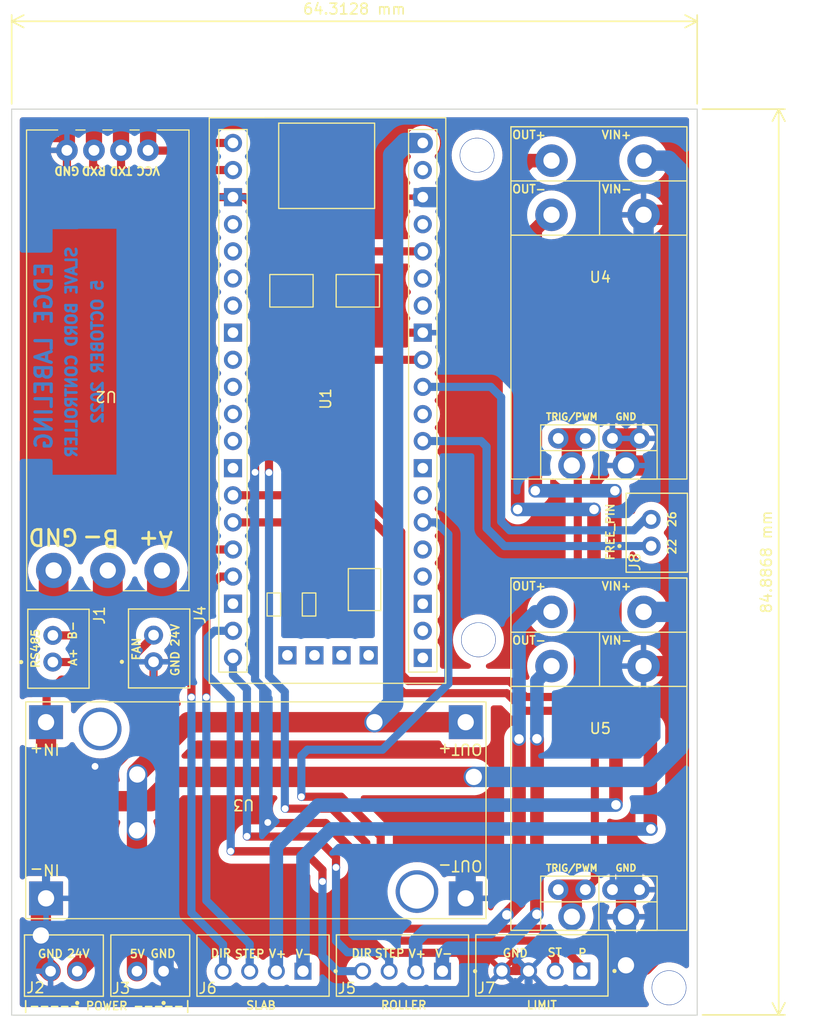
<source format=kicad_pcb>
(kicad_pcb (version 20211014) (generator pcbnew)
  (layers (0 "F.Cu" signal) (31 "B.Cu" signal) (34 "B.Paste" user) (35 "F.Paste" user) (36 "B.SilkS" user "B.Silkscreen") (37 "F.SilkS" user "F.Silkscreen") (38 "B.Mask" user) (39 "F.Mask" user) (44 "Edge.Cuts" user))
  (net 0 "")
  (net 1 "TX_Pin")
  (net 2 "RX_Pin")
  (net 19 "Net-(J1-Pad1)")
  (net 23 "Net-(J1-Pad2)")
  (net 26 "3.3V")
  (net 28 "GND")
  (net 30 "5V")
  (net 36 "PIN_SLAB")
  (net 37 "PIN_ROLLER")
  (net 38 "V-_SLAB")
  (net 39 "V+_SLAB")
  (net 40 "24V")
  (net 41 "V-_ROLLER")
  (net 42 "V+_ROLLER")
  (net 43 "STEP_ROLLER")
  (net 44 "DIR_ROLLER")
  (net 45 "STEP_SLAB")
  (net 46 "DIR_SLAB")
  (net 47 "Limit_Sticker")
  (net 48 "Limit_Print")
  (net 49 "PIN_22")
  (net 50 "PIN_26")
  (footprint "2pin:JST_B2B-XH-A(LF)(SN)" (layer "F.Cu") (at 97.2352 98.3234 -90)
    (fp_text reference "J1" (at -3.1242 -4.3648 -90) (layer "F.SilkS"))
    (fp_text value "B2B-XH-A(LF)(SN)")
    (pad "1" thru_hole oval (at 1.25 0 270) (size 1.778 1.778) (drill 1) (layers *.Cu *.Mask) (net 19 "Net-(J1-Pad1)"))
    (pad "2" thru_hole oval (at -1.25 0 270) (size 1.778 1.778) (drill 1) (layers *.Cu *.Mask) (net 23 "Net-(J1-Pad2)"))
  )
  (footprint "4pin:JST_B4B-XH-A(LF)(SN)" (layer "F.Cu") (at 120.7035 128.541 180)
    (fp_text reference "J6" (at 8.9435 -1.6086 180) (layer "F.SilkS") (effects (font (size 1.001803 1.001803))))
    (fp_text value "B4B-XH-A(LF)(SN)")
    (pad "1" thru_hole rect locked (at 0 0 180) (size 1.59 1.59) (drill 1.06) (layers *.Cu *.Mask) (net 38 "V-_SLAB"))
    (pad "2" thru_hole circle locked (at 2.5 0 180) (size 1.59 1.59) (drill 1.06) (layers *.Cu *.Mask) (net 39 "V+_SLAB"))
    (pad "3" thru_hole circle locked (at 5 0 180) (size 1.59 1.59) (drill 1.06) (layers *.Cu *.Mask) (net 45 "STEP_SLAB"))
    (pad "4" thru_hole circle locked (at 7.5 0 180) (size 1.59 1.59) (drill 1.06) (layers *.Cu *.Mask) (net 46 "DIR_SLAB"))
  )
  (footprint "4pin:JST_B4B-XH-A(LF)(SN)" (layer "F.Cu") (at 146.8655 128.524 180)
    (fp_text reference "J7" (at 8.9689 -1.6002 180) (layer "F.SilkS") (effects (font (size 1.001803 1.001803))))
    (fp_text value "B4B-XH-A(LF)(SN)")
    (pad "1" thru_hole rect locked (at 0 0 180) (size 1.59 1.59) (drill 1.06) (layers *.Cu *.Mask) (net 48 "Limit_Print"))
    (pad "2" thru_hole circle locked (at 2.5 0 180) (size 1.59 1.59) (drill 1.06) (layers *.Cu *.Mask) (net 47 "Limit_Sticker"))
    (pad "3" thru_hole circle locked (at 5 0 180) (size 1.59 1.59) (drill 1.06) (layers *.Cu *.Mask) (net 28 "GND"))
    (pad "4" thru_hole circle locked (at 7.5 0 180) (size 1.59 1.59) (drill 1.06) (layers *.Cu *.Mask) (net 28 "GND"))
  )
  (footprint "Regurator_Module:24V_TO_7V_43mm_x_20mm" (layer "F.Cu") (at 115.5192 112.4458 180)
    (fp_text reference "U3" (at 0.381 -0.508 180 unlocked) (layer "F.SilkS"))
    (fp_text value "24V_TO_7V_43mm_x_20mm")
    (fp_text user "OUT+" (at -19.939 4.699 180 unlocked) (layer "F.SilkS") (effects (font (size 1.016 1.016))))
    (fp_text user "IN+" (at 19.05 4.699 180 unlocked) (layer "F.SilkS") (effects (font (size 1.016 1.016))))
    (fp_text user "IN-" (at 19.05 -6.604 180 unlocked) (layer "F.SilkS") (effects (font (size 1.016 1.016))))
    (fp_text user "OUT-" (at -19.939 -6.223 180 unlocked) (layer "F.SilkS") (effects (font (size 1.016 1.016))))
    (pad "" np_thru_hole oval (at -15.875 -8.636 180) (size 4 4) (drill 3.2) (layers F&B.Cu *.Mask))
    (pad "" np_thru_hole oval (at 13.843 6.604 180) (size 4 4) (drill 3.2) (layers F&B.Cu *.Mask))
    (pad "1" thru_hole trapezoid (at 18.923 7.239 180) (size 3.175 3.175) (drill 1.524) (layers *.Cu *.Mask) (net 40 "24V"))
    (pad "2" thru_hole trapezoid (at 18.923 -9.271 180) (size 3.175 3.175) (drill 1.524) (layers *.Cu *.Mask) (net 28 "GND"))
    (pad "3" thru_hole trapezoid (at -20.447 7.239 180) (size 3.175 3.175) (drill 1.524) (layers *.Cu *.Mask) (net 30 "5V"))
    (pad "4" thru_hole trapezoid (at -20.447 -9.271 180) (size 3.175 3.175) (drill 1.524) (layers *.Cu *.Mask) (net 28 "GND"))
  )
  (footprint "4pin:JST_B4B-XH-A(LF)(SN)" (layer "F.Cu") (at 133.7845 128.541 180)
    (fp_text reference "J5" (at 8.9689 -1.6086 180) (layer "F.SilkS") (effects (font (size 1.001803 1.001803))))
    (fp_text value "B4B-XH-A(LF)(SN)")
    (pad "1" thru_hole rect locked (at 0 0 180) (size 1.59 1.59) (drill 1.06) (layers *.Cu *.Mask) (net 41 "V-_ROLLER"))
    (pad "2" thru_hole circle locked (at 2.5 0 180) (size 1.59 1.59) (drill 1.06) (layers *.Cu *.Mask) (net 42 "V+_ROLLER"))
    (pad "3" thru_hole circle locked (at 5 0 180) (size 1.59 1.59) (drill 1.06) (layers *.Cu *.Mask) (net 43 "STEP_ROLLER"))
    (pad "4" thru_hole circle locked (at 7.5 0 180) (size 1.59 1.59) (drill 1.06) (layers *.Cu *.Mask) (net 44 "DIR_ROLLER"))
  )
  (footprint "RP2040_CHINA:RP2040_CHINA" (layer "F.Cu") (at 122.923 75.064)
    (fp_text reference "U1" (at -0.0886 -0.1594 90 unlocked) (layer "F.SilkS"))
    (fp_text value "WeAct-RP2040-Pico")
    (pad "1" thru_hole circle (at -8.79 -24.142) (size 1.7 1.7) (drill 1) (layers *.Cu *.Mask) (net 1 "TX_Pin"))
    (pad "2" thru_hole oval (at -8.79 -21.602) (size 1.7 1.7) (drill 1) (layers *.Cu *.Mask) (net 2 "RX_Pin"))
    (pad "3" thru_hole rect (at -8.79 -19.062) (size 1.7 1.7) (drill 1) (layers *.Cu *.Mask) (net 28 "GND"))
    (pad "4" thru_hole oval (at -8.79 -16.522) (size 1.7 1.7) (drill 1) (layers *.Cu *.Mask))
    (pad "5" thru_hole oval (at -8.79 -13.982) (size 1.7 1.7) (drill 1) (layers *.Cu *.Mask))
    (pad "6" thru_hole oval (at -8.79 -11.442) (size 1.7 1.7) (drill 1) (layers *.Cu *.Mask))
    (pad "7" thru_hole oval (at -8.79 -8.902) (size 1.7 1.7) (drill 1) (layers *.Cu *.Mask))
    (pad "8" thru_hole rect (at -8.79 -6.362) (size 1.7 1.7) (drill 1) (layers *.Cu *.Mask))
    (pad "9" thru_hole oval (at -8.79 -3.821999) (size 1.7 1.7) (drill 1) (layers *.Cu *.Mask))
    (pad "10" thru_hole oval (at -8.79 -1.282) (size 1.7 1.7) (drill 1) (layers *.Cu *.Mask))
    (pad "11" thru_hole oval (at -8.79 1.258) (size 1.7 1.7) (drill 1) (layers *.Cu *.Mask))
    (pad "12" thru_hole oval (at -8.79 3.798) (size 1.7 1.7) (drill 1) (layers *.Cu *.Mask))
    (pad "13" thru_hole rect (at -8.79 6.338) (size 1.7 1.7) (drill 1) (layers *.Cu *.Mask))
    (pad "14" thru_hole oval (at -8.79 8.878) (size 1.7 1.7) (drill 1) (layers *.Cu *.Mask) (net 36 "PIN_SLAB"))
    (pad "15" thru_hole oval (at -8.79 11.418) (size 1.7 1.7) (drill 1) (layers *.Cu *.Mask) (net 37 "PIN_ROLLER"))
    (pad "16" thru_hole oval (at -8.79 13.958) (size 1.7 1.7) (drill 1) (layers *.Cu *.Mask) (net 46 "DIR_SLAB"))
    (pad "17" thru_hole oval (at -8.79 16.498) (size 1.7 1.7) (drill 1) (layers *.Cu *.Mask) (net 45 "STEP_SLAB"))
    (pad "18" thru_hole rect (at -8.79 19.038) (size 1.7 1.7) (drill 1) (layers *.Cu *.Mask))
    (pad "19" thru_hole oval (at -8.79 21.578) (size 1.7 1.7) (drill 1) (layers *.Cu *.Mask) (net 44 "DIR_ROLLER"))
    (pad "20" thru_hole oval (at -8.79 24.118) (size 1.7 1.7) (drill 1) (layers *.Cu *.Mask) (net 43 "STEP_ROLLER"))
    (pad "21" thru_hole rect (at 9.017 24.118) (size 1.7 1.7) (drill 1) (layers *.Cu *.Mask))
    (pad "22" thru_hole oval (at 9.017 21.578) (size 1.7 1.7) (drill 1) (layers *.Cu *.Mask))
    (pad "23" thru_hole rect (at 9.017 19.05) (size 1.7 1.7) (drill 1) (layers *.Cu *.Mask))
    (pad "24" thru_hole oval (at 9.017 16.498) (size 1.7 1.7) (drill 1) (layers *.Cu *.Mask))
    (pad "25" thru_hole oval (at 9.017 13.958) (size 1.7 1.7) (drill 1) (layers *.Cu *.Mask))
    (pad "26" thru_hole oval (at 9.017 11.418) (size 1.7 1.7) (drill 1) (layers *.Cu *.Mask) (net 48 "Limit_Print"))
    (pad "27" thru_hole oval (at 9.017 8.878) (size 1.7 1.7) (drill 1) (layers *.Cu *.Mask))
    (pad "28" thru_hole rect (at 9.017 6.338) (size 1.7 1.7) (drill 1) (layers *.Cu *.Mask))
    (pad "29" thru_hole oval (at 9.017 3.798) (size 1.7 1.7) (drill 1) (layers *.Cu *.Mask) (net 49 "PIN_22"))
    (pad "30" thru_hole oval (at 9.017 1.27) (size 1.7 1.7) (drill 1) (layers *.Cu *.Mask))
    (pad "31" thru_hole oval (at 9.017 -1.282) (size 1.7 1.7) (drill 1) (layers *.Cu *.Mask) (net 50 "PIN_26"))
    (pad "32" thru_hole oval (at 9.017 -3.822) (size 1.7 1.7) (drill 1) (layers *.Cu *.Mask) (net 47 "Limit_Sticker"))
    (pad "33" thru_hole rect (at 9.017 -6.362) (size 1.7 1.7) (drill 1) (layers *.Cu *.Mask) (net 28 "GND"))
    (pad "34" thru_hole oval (at 9.017 -8.902) (size 1.7 1.7) (drill 1) (layers *.Cu *.Mask))
    (pad "35" thru_hole oval (at 9.017 -11.442) (size 1.7 1.7) (drill 1) (layers *.Cu *.Mask))
    (pad "36" thru_hole oval (at 9.017 -13.982) (size 1.7 1.7) (drill 1) (layers *.Cu *.Mask) (net 26 "3.3V"))
    (pad "37" thru_hole oval (at 9.017 -16.522) (size 1.7 1.7) (drill 1) (layers *.Cu *.Mask))
    (pad "38" thru_hole rect (at 9.017 -19.062) (size 1.7 1.7) (drill 1) (layers *.Cu *.Mask) (net 28 "GND"))
    (pad "39" thru_hole oval (at 9.017 -21.602) (size 1.7 1.7) (drill 1) (layers *.Cu *.Mask))
    (pad "40" thru_hole circle (at 9.017 -24.142) (size 1.7 1.7) (drill 1) (layers *.Cu *.Mask) (net 30 "5V"))
    (pad "41" thru_hole rect (at -3.683 23.876 90) (size 1.7 1.7) (drill 1) (layers *.Cu *.Mask))
    (pad "42" thru_hole rect (at -1.143 23.876 90) (size 1.7 1.7) (drill 1) (layers *.Cu *.Mask))
    (pad "43" thru_hole rect (at 1.397 23.876 90) (size 1.7 1.7) (drill 1) (layers *.Cu *.Mask))
    (pad "44" thru_hole rect (at 3.937 23.876 90) (size 1.7 1.7) (drill 1) (layers *.Cu *.Mask))
  )
  (footprint "XY_MOS:N_MOS" (layer "F.Cu") (at 148.59 106.299)
    (fp_text reference "U5" (at 0 -0.5 unlocked) (layer "F.SilkS"))
    (fp_text value "XY_Mos")
    (fp_text user "GND" (at 2.413 12.573 unlocked) (layer "F.SilkS") (effects (font (size 0.635 0.635))))
    (fp_text user "OUT-" (at -6.6802 -8.763 unlocked) (layer "F.SilkS") (effects (font (size 0.762 0.762))))
    (fp_text user "VIN+" (at 1.524 -13.843 unlocked) (layer "F.SilkS") (effects (font (size 0.762 0.762))))
    (fp_text user "VIN-" (at 1.5494 -8.763 unlocked) (layer "F.SilkS") (effects (font (size 0.762 0.762))))
    (fp_text user "TRIG/PWM" (at -2.667 12.573 unlocked) (layer "F.SilkS") (effects (font (size 0.635 0.635))))
    (fp_text user "OUT+" (at -6.6802 -13.843 unlocked) (layer "F.SilkS") (effects (font (size 0.762 0.762))))
    (pad "1" thru_hole oval (at 1.143 14.605) (size 1.905 1.905) (drill 1.016) (layers *.Cu *.Mask) (net 28 "GND"))
    (pad "1" thru_hole oval (at 2.413 17.145) (size 2.54 2.54) (drill 1.524) (layers *.Cu *.Mask) (net 28 "GND"))
    (pad "1" thru_hole oval (at 3.683 14.605) (size 1.905 1.905) (drill 1.016) (layers *.Cu *.Mask) (net 28 "GND"))
    (pad "2" thru_hole oval (at -2.667 17.145) (size 2.54 2.54) (drill 1.524) (layers *.Cu *.Mask) (net 37 "PIN_ROLLER"))
    (pad "2" thru_hole oval (at -1.397 14.605) (size 1.905 1.905) (drill 1.016) (layers *.Cu *.Mask) (net 37 "PIN_ROLLER"))
    (pad "2" thru_hole oval (at -3.937 14.605) (size 1.905 1.905) (drill 1.016) (layers *.Cu *.Mask) (net 37 "PIN_ROLLER"))
    (pad "3" thru_hole oval (at -4.572 -6.35) (size 3.048 3.048) (drill 1.524) (layers *.Cu *.Mask) (net 41 "V-_ROLLER"))
    (pad "4" thru_hole oval (at -4.572 -11.43) (size 3.048 3.048) (drill 1.524) (layers *.Cu *.Mask) (net 42 "V+_ROLLER"))
    (pad "5" thru_hole oval (at 4.064 -6.35) (size 3.048 3.048) (drill 1.524) (layers *.Cu *.Mask) (net 28 "GND"))
    (pad "6" thru_hole oval (at 4.064 -11.43) (size 3.048 3.048) (drill 1.524) (layers *.Cu *.Mask) (net 40 "24V"))
  )
  (footprint "2pin:JST_B2B-XH-A(LF)(SN)" (layer "F.Cu") (at 98.2726 128.5454)
    (fp_text reference "J2" (at -2.667 1.5534) (layer "F.SilkS"))
    (fp_text value "B2B-XH-A(LF)(SN)")
    (pad "1" thru_hole oval (at 1.25 0) (size 1.778 1.778) (drill 1) (layers *.Cu *.Mask) (net 40 "24V"))
    (pad "2" thru_hole oval (at -1.25 0) (size 1.778 1.778) (drill 1) (layers *.Cu *.Mask) (net 28 "GND"))
  )
  (footprint "2pin:JST_B2B-XH-A(LF)(SN)" (layer "F.Cu") (at 106.684 98.298 -90)
    (fp_text reference "J4" (at -3.1496 -4.3648 -90) (layer "F.SilkS"))
    (fp_text value "B2B-XH-A(LF)(SN)")
    (pad "1" thru_hole oval (at 1.25 0 270) (size 1.778 1.778) (drill 1) (layers *.Cu *.Mask) (net 28 "GND"))
    (pad "2" thru_hole oval (at -1.25 0 270) (size 1.778 1.778) (drill 1) (layers *.Cu *.Mask) (net 40 "24V"))
  )
  (footprint "2pin:JST_B2B-XH-A(LF)(SN)" (layer "F.Cu") (at 106.3752 128.5454)
    (fp_text reference "J3" (at -2.7432 1.6042) (layer "F.SilkS"))
    (fp_text value "B2B-XH-A(LF)(SN)")
    (pad "1" thru_hole oval (at 1.25 0) (size 1.778 1.778) (drill 1) (layers *.Cu *.Mask) (net 28 "GND"))
    (pad "2" thru_hole oval (at -1.25 0) (size 1.778 1.778) (drill 1) (layers *.Cu *.Mask) (net 30 "5V"))
  )
  (footprint "RS485_MODULE:RS485_MODULE" (layer "F.Cu") (at 102.235 74.1934 180)
    (fp_text reference "U2" (at 0 -0.5 180 unlocked) (layer "F.SilkS"))
    (fp_text value "RS485_Module")
    (fp_text user "B-" (at 0.508 -13.7668 180 unlocked) (layer "F.SilkS") (effects (font (size 1.524 1.524) (thickness 0.254))))
    (fp_text user "VCC" (at -3.937 20.6756 180 unlocked) (layer "F.SilkS") (effects (font (size 0.762 0.762) (thickness 0.1778))))
    (fp_text user "GND" (at 3.683 20.6756 180 unlocked) (layer "F.SilkS") (effects (font (size 0.762 0.762) (thickness 0.1778))))
    (fp_text user "A+" (at -4.6482 -13.8938 180 unlocked) (layer "F.SilkS") (effects (font (size 1.524 1.524) (thickness 0.254))))
    (fp_text user "TXD" (at -1.397 20.6756 180 unlocked) (layer "F.SilkS") (effects (font (size 0.762 0.762) (thickness 0.1778))))
    (fp_text user "RXD" (at 1.143 20.6756 180 unlocked) (layer "F.SilkS") (effects (font (size 0.762 0.762) (thickness 0.1778))))
    (fp_text user "GND" (at 4.953 -13.6398 180 unlocked) (layer "F.SilkS") (effects (font (size 1.524 1.524) (thickness 0.254))))
    (pad "1" thru_hole oval (at -5.2324 -16.7894 180) (size 3.302 3.302) (drill 1.524) (layers *.Cu *.Mask) (net 19 "Net-(J1-Pad1)"))
    (pad "1" smd trapezoid (at -5.2324 -17.8054 270) (size 3.81 2.794) (layers "F.Cu" "F.Mask") (net 19 "Net-(J1-Pad1)"))
    (pad "2" thru_hole oval (at -0.1524 -16.7894 180) (size 3.302 3.302) (drill 1.524) (layers *.Cu *.Mask) (net 23 "Net-(J1-Pad2)"))
    (pad "2" smd trapezoid (at -0.1524 -17.8054 270) (size 3.81 2.794) (layers "F.Cu" "F.Mask") (net 23 "Net-(J1-Pad2)"))
    (pad "3" thru_hole oval (at 4.9276 -16.7894 180) (size 3.302 3.302) (drill 1.524) (layers *.Cu *.Mask))
    (pad "3" smd trapezoid (at 4.9276 -17.8054 270) (size 3.81 2.794) (layers "F.Cu" "F.Mask"))
    (pad "4" thru_hole oval (at -3.937 22.5806 270) (size 2.032 2.032) (drill 1.016) (layers *.Cu *.Mask) (net 26 "3.3V"))
    (pad "4" smd roundrect (at -3.937 23.5966 270) (size 3.81 1.524) (layers "F.Cu" "F.Mask") (net 26 "3.3V"))
    (pad "5" smd roundrect (at -1.397 23.5966 270) (size 3.81 1.524) (layers "F.Cu" "F.Mask") (net 1 "TX_Pin"))
    (pad "5" thru_hole oval (at -1.397 22.5806 270) (size 2.032 2.032) (drill 1.016) (layers *.Cu *.Mask) (net 1 "TX_Pin"))
    (pad "6" thru_hole oval (at 1.143 22.5806 270) (size 2.032 2.032) (drill 1.016) (layers *.Cu *.Mask) (net 2 "RX_Pin"))
    (pad "6" smd roundrect (at 1.143 23.5966 270) (size 3.81 1.524) (layers "F.Cu" "F.Mask") (net 2 "RX_Pin"))
    (pad "7" smd roundrect (at 3.683 23.5966 270) (size 3.81 1.524) (layers "F.Cu" "F.Mask") (net 28 "GND"))
    (pad "7" thru_hole oval (at 3.683 22.5806 270) (size 2.032 2.032) (drill 1.016) (layers *.Cu *.Mask) (net 28 "GND"))
  )
  (footprint "XY_MOS:N_MOS" (layer "F.Cu") (at 148.59 64.008)
    (fp_text reference "U4" (at 0 -0.5 unlocked) (layer "F.SilkS"))
    (fp_text value "XY_Mos")
    (fp_text user "OUT+" (at -6.6802 -13.843 unlocked) (layer "F.SilkS") (effects (font (size 0.762 0.762))))
    (fp_text user "OUT-" (at -6.6802 -8.763 unlocked) (layer "F.SilkS") (effects (font (size 0.762 0.762))))
    (fp_text user "VIN-" (at 1.5494 -8.763 unlocked) (layer "F.SilkS") (effects (font (size 0.762 0.762))))
    (fp_text user "GND" (at 2.413 12.573 unlocked) (layer "F.SilkS") (effects (font (size 0.635 0.635))))
    (fp_text user "TRIG/PWM" (at -2.667 12.573 unlocked) (layer "F.SilkS") (effects (font (size 0.635 0.635))))
    (fp_text user "VIN+" (at 1.524 -13.843 unlocked) (layer "F.SilkS") (effects (font (size 0.762 0.762))))
    (pad "1" thru_hole oval (at 3.683 14.605) (size 1.905 1.905) (drill 1.016) (layers *.Cu *.Mask) (net 28 "GND"))
    (pad "1" thru_hole oval (at 2.413 17.145) (size 2.54 2.54) (drill 1.524) (layers *.Cu *.Mask) (net 28 "GND"))
    (pad "1" thru_hole oval (at 1.143 14.605) (size 1.905 1.905) (drill 1.016) (layers *.Cu *.Mask) (net 28 "GND"))
    (pad "2" thru_hole oval (at -1.397 14.605) (size 1.905 1.905) (drill 1.016) (layers *.Cu *.Mask) (net 36 "PIN_SLAB"))
    (pad "2" thru_hole oval (at -2.667 17.145) (size 2.54 2.54) (drill 1.524) (layers *.Cu *.Mask) (net 36 "PIN_SLAB"))
    (pad "2" thru_hole oval (at -3.937 14.605) (size 1.905 1.905) (drill 1.016) (layers *.Cu *.Mask) (net 36 "PIN_SLAB"))
    (pad "3" thru_hole oval (at -4.572 -6.35) (size 3.048 3.048) (drill 1.524) (layers *.Cu *.Mask) (net 38 "V-_SLAB"))
    (pad "4" thru_hole oval (at -4.572 -11.43) (size 3.048 3.048) (drill 1.524) (layers *.Cu *.Mask) (net 39 "V+_SLAB"))
    (pad "5" thru_hole oval (at 4.064 -6.35) (size 3.048 3.048) (drill 1.524) (layers *.Cu *.Mask) (net 28 "GND"))
    (pad "6" thru_hole oval (at 4.064 -11.43) (size 3.048 3.048) (drill 1.524) (layers *.Cu *.Mask) (net 40 "24V"))
  )
  (footprint "2pin:JST_B2B-XH-A(LF)(SN)" (layer "F.Cu") (at 153.3652 87.4522 -90)
    (fp_text reference "J8" (at 2.7432 1.524 -90) (layer "F.SilkS"))
    (fp_text value "B2B-XH-A(LF)(SN)")
    (pad "1" thru_hole oval (at 1.25 0 270) (size 1.778 1.778) (drill 1) (layers *.Cu *.Mask) (net 49 "PIN_22"))
    (pad "2" thru_hole oval (at -1.25 0 270) (size 1.778 1.778) (drill 1) (layers *.Cu *.Mask) (net 50 "PIN_26"))
  )
  (gr_line (start 93.3704 47.752) (end 157.6832 47.752) (layer "Edge.Cuts") (width 0.1))
  (gr_line (start 157.6832 47.752) (end 157.6832 132.6642) (layer "Edge.Cuts") (width 0.1))
  (gr_line (start 157.6832 132.6642) (end 93.3704 132.6642) (layer "Edge.Cuts") (width 0.1))
  (gr_line (start 93.3704 132.6642) (end 93.3704 47.752) (layer "Edge.Cuts") (width 0.1))
  (gr_text "     5 OCTOBER 2022     " (at 101.4222 70.485 90) (layer "B.Cu") (effects (font (size 1.0287 1.0287) (thickness 0.254)) (justify mirror)))
  (gr_text "EDGE LABELING" (at 96.393 70.866 90) (layer "B.Cu") (effects (font (size 1.524 1.524) (thickness 0.3048)) (justify mirror)))
  (gr_text " SLAVE BORD CONTROLLER " (at 98.9838 70.5104 90) (layer "B.Cu") (effects (font (size 1.016 1.016) (thickness 0.254)) (justify mirror)))
  (gr_text "STEP\n" (at 128.8288 126.873) (layer "F.SilkS") (effects (font (size 0.762 0.762))))
  (gr_text "LIMIT" (at 143.1036 131.7244) (layer "F.SilkS") (effects (font (size 0.762 0.762))))
  (gr_text "A+" (at 99.1108 99.1108 90) (layer "F.SilkS") (effects (font (size 0.762 0.762))))
  (gr_text "V-" (at 133.9088 126.873) (layer "F.SilkS") (effects (font (size 0.762 0.762))))
  (gr_text "GND\n" (at 97.0026 126.9238) (layer "F.SilkS") (effects (font (size 0.762 0.762))))
  (gr_text "22" (at 155.321 88.7476 90) (layer "F.SilkS") (effects (font (size 0.762 0.762))))
  (gr_text "STEP\n" (at 115.697 126.9238) (layer "F.SilkS") (effects (font (size 0.762 0.762))))
  (gr_text "B-" (at 99.0854 96.5962 90) (layer "F.SilkS") (effects (font (size 0.762 0.762))))
  (gr_text "V+" (at 118.3132 126.8984) (layer "F.SilkS") (effects (font (size 0.762 0.762))))
  (gr_text "|----- POWER -----|\n" (at 102.2858 131.8006) (layer "F.SilkS") (effects (font (size 0.762 0.762))))
  (gr_text "FAN" (at 105.0798 98.3488 90) (layer "F.SilkS") (effects (font (size 0.762 0.762))))
  (gr_text "SLAB" (at 116.7638 131.7498) (layer "F.SilkS") (effects (font (size 0.762 0.762))))
  (gr_text "V-" (at 120.8278 126.9238) (layer "F.SilkS") (effects (font (size 0.762 0.762))))
  (gr_text "RS485" (at 95.6056 98.298 90) (layer "F.SilkS") (effects (font (size 0.762 0.762))))
  (gr_text "24V" (at 99.6188 126.8984) (layer "F.SilkS") (effects (font (size 0.762 0.762))))
  (gr_text "GND" (at 140.6144 126.8476) (layer "F.SilkS") (effects (font (size 0.762 0.762))))
  (gr_text "P" (at 146.9136 126.8476) (layer "F.SilkS") (effects (font (size 0.762 0.762))))
  (gr_text "5V" (at 105.156 126.9238) (layer "F.SilkS") (effects (font (size 0.762 0.762))))
  (gr_text "DIR" (at 126.2126 126.873) (layer "F.SilkS") (effects (font (size 0.762 0.762))))
  (gr_text "GND\n" (at 107.569 126.8984) (layer "F.SilkS") (effects (font (size 0.762 0.762))))
  (gr_text "26" (at 155.321 86.1822 90) (layer "F.SilkS") (effects (font (size 0.762 0.762))))
  (gr_text "GND" (at 108.712 99.7204 90) (layer "F.SilkS") (effects (font (size 0.762 0.762))))
  (gr_text "ROLLER\n" (at 130.1496 131.7244) (layer "F.SilkS") (effects (font (size 0.762 0.762))))
  (gr_text "24V" (at 108.712 97.0534 90) (layer "F.SilkS") (effects (font (size 0.762 0.762))))
  (gr_text "ST" (at 144.3228 126.7968) (layer "F.SilkS") (effects (font (size 0.762 0.762))))
  (gr_text "FREE_PIN" (at 149.5298 87.376 90) (layer "F.SilkS") (effects (font (size 0.762 0.762))))
  (gr_text "V+" (at 131.4196 126.8984) (layer "F.SilkS") (effects (font (size 0.762 0.762))))
  (gr_text "DIR" (at 113.0046 126.873) (layer "F.SilkS") (effects (font (size 0.762 0.762))))
  (dimension (type aligned) (layer "F.SilkS") (pts (xy 157.6832 47.752) (xy 157.6832 132.6388)) (height -7.6454) (gr_text "3.3420 in" (at 164.1786 90.1954 90) (layer "F.SilkS") (effects (font (size 1 1) (thickness 0.15)))) (format (units 3) (units_format 1) (precision 4)) (style (thickness 0.15) (arrow_length 1.27) (text_position_mode 0) (extension_height 0.58642) (extension_offset 0.5) keep_text_aligned))
  (dimension (type aligned) (layer "F.SilkS") (pts (xy 93.3704 47.752) (xy 157.6832 47.752)) (height -8.2296) (gr_text "2.5320 in" (at 125.5268 38.3724) (layer "F.SilkS") (effects (font (size 1 1) (thickness 0.15)))) (format (units 3) (units_format 1) (precision 4)) (style (thickness 0.15) (arrow_length 1.27) (text_position_mode 0) (extension_height 0.58642) (extension_offset 0.5) keep_text_aligned))
  (via (at 137.16 97.4852) (size 3.25) (drill 3.15) (layers "F.Cu" "B.Cu") (net 0))
  (via (at 155.0416 130.0988) (size 3.25) (drill 3.15) (layers "F.Cu" "B.Cu") (net 0))
  (via (at 137.033 52.07) (size 3.25) (drill 3.15) (layers "F.Cu" "B.Cu") (net 0))
  (segment (start 103.632 51.6636) (end 103.632 53.2144) (width 0.762) (layer "F.Cu") (net 1))
  (segment (start 111.039526 50.922) (end 114.133 50.922) (width 0.762) (layer "F.Cu") (net 1))
  (segment (start 104.1386 53.721) (end 108.240526 53.721) (width 0.762) (layer "F.Cu") (net 1))
  (segment (start 108.240526 53.721) (end 111.039526 50.922) (width 0.762) (layer "F.Cu") (net 1))
  (segment (start 103.632 53.2144) (end 104.1386 53.721) (width 0.762) (layer "F.Cu") (net 1))
  (segment (start 101.0158 51.7398) (end 101.0158 53.0098) (width 0.762) (layer "F.Cu") (net 2))
  (segment (start 101.0158 53.0098) (end 102.8446 54.8386) (width 0.762) (layer "F.Cu") (net 2))
  (segment (start 110.2918 53.462) (end 114.133 53.462) (width 0.762) (layer "F.Cu") (net 2))
  (segment (start 102.8446 54.8386) (end 108.9152 54.8386) (width 0.762) (layer "F.Cu") (net 2))
  (segment (start 108.9152 54.8386) (end 110.2918 53.462) (width 0.762) (layer "F.Cu") (net 2))
  (segment (start 100.0706 99.5734) (end 107.569 92.075) (width 0.762) (layer "F.Cu") (net 19))
  (segment (start 107.569 92.075) (end 107.569 91.948) (width 0.762) (layer "F.Cu") (net 19))
  (segment (start 97.2352 99.5734) (end 100.0706 99.5734) (width 0.762) (layer "F.Cu") (net 19))
  (segment (start 102.3874 94.1832) (end 102.3874 91.9988) (width 0.762) (layer "F.Cu") (net 23))
  (segment (start 97.2352 97.0734) (end 99.4972 97.0734) (width 0.762) (layer "F.Cu") (net 23))
  (segment (start 99.4972 97.0734) (end 102.3874 94.1832) (width 0.762) (layer "F.Cu") (net 23))
  (segment (start 115.6462 49.276) (end 116.586 50.2158) (width 0.762) (layer "F.Cu") (net 26))
  (segment (start 116.586 50.2158) (end 116.586 55.5752) (width 0.762) (layer "F.Cu") (net 26))
  (segment (start 117.221 59.944) (end 118.359 61.082) (width 0.762) (layer "F.Cu") (net 26))
  (segment (start 117.221 56.2102) (end 117.221 59.944) (width 0.762) (layer "F.Cu") (net 26))
  (segment (start 118.359 61.082) (end 131.94 61.082) (width 0.762) (layer "F.Cu") (net 26))
  (segment (start 111.0742 49.276) (end 115.6462 49.276) (width 0.762) (layer "F.Cu") (net 26))
  (segment (start 108.712 51.6382) (end 111.0742 49.276) (width 0.762) (layer "F.Cu") (net 26))
  (segment (start 106.3498 51.6382) (end 108.712 51.6382) (width 0.762) (layer "F.Cu") (net 26))
  (segment (start 116.586 55.5752) (end 117.221 56.2102) (width 0.762) (layer "F.Cu") (net 26))
  (segment (start 122.8344 114.6556) (end 125.3236 117.1448) (width 0.762) (layer "F.Cu") (net 28))
  (segment (start 155.829 124.8156) (end 155.829 100.076) (width 1.905) (layer "F.Cu") (net 28))
  (segment (start 125.3236 125.0696) (end 127.0762 126.8222) (width 0.762) (layer "F.Cu") (net 28))
  (segment (start 155.829 100.076) (end 155.702 99.949) (width 1.905) (layer "F.Cu") (net 28))
  (segment (start 140.6906 128.524) (end 141.8655 128.524) (width 0.762) (layer "F.Cu") (net 28))
  (segment (start 155.067 57.658) (end 152.654 57.658) (width 1.905) (layer "F.Cu") (net 28))
  (segment (start 151.003 80.264) (end 151.003 81.153) (width 1.905) (layer "F.Cu") (net 28))
  (segment (start 155.829 80.645) (end 155.829 80.01) (width 1.905) (layer "F.Cu") (net 28))
  (segment (start 155.702 99.949) (end 152.654 99.949) (width 1.905) (layer "F.Cu") (net 28))
  (segment (start 155.829 100.076) (end 155.829 80.645) (width 1.905) (layer "F.Cu") (net 28))
  (segment (start 139.3655 128.524) (end 140.6906 128.524) (width 0.762) (layer "F.Cu") (net 28))
  (segment (start 106.68 105.7148) (end 106.68 99.552) (width 0.762) (layer "F.Cu") (net 28))
  (segment (start 140.3858 126.8222) (end 140.6906 127.127) (width 0.762) (layer "F.Cu") (net 28))
  (segment (start 101.1886 56.002) (end 98.552 53.3654) (width 0.762) (layer "F.Cu") (net 28))
  (segment (start 117.3988 114.6048) (end 117.4496 114.6556) (width 0.762) (layer "F.Cu") (net 28))
  (segment (start 114.133 56.002) (end 101.1886 56.002) (width 0.762) (layer "F.Cu") (net 28))
  (segment (start 155.829 80.01) (end 155.829 58.42) (width 1.905) (layer "F.Cu") (net 28))
  (segment (start 116.205 56.9722) (end 116.1288 56.896) (width 0.762) (layer "F.Cu") (net 28))
  (segment (start 115.2348 56.002) (end 114.133 56.002) (width 0.762) (layer "F.Cu") (net 28))
  (segment (start 155.829 58.42) (end 155.067 57.658) (width 1.905) (layer "F.Cu") (net 28))
  (segment (start 103.0478 109.347) (end 106.68 105.7148) (width 0.762) (layer "F.Cu") (net 28))
  (segment (start 101.219 109.347) (end 103.0478 109.347) (width 0.762) (layer "F.Cu") (net 28))
  (segment (start 96.1136 122.1994) (end 96.1136 127.6364) (width 1.905) (layer "F.Cu") (net 28))
  (segment (start 116.1288 56.896) (end 115.2348 56.002) (width 0.762) (layer "F.Cu") (net 28))
  (segment (start 152.654 127.9906) (end 155.829 124.8156) (width 1.905) (layer "F.Cu") (net 28))
  (segment (start 151.003 120.904) (end 152.273 120.904) (width 1.905) (layer "F.Cu") (net 28))
  (segment (start 116.21 68.702) (end 131.94 68.702) (width 0.762) (layer "F.Cu") (net 28))
  (segment (start 96.5962 121.7168) (end 96.1136 122.1994) (width 1.905) (layer "F.Cu") (net 28))
  (segment (start 151.13 78.613) (end 151.003 78.74) (width 1.905) (layer "F.Cu") (net 28))
  (segment (start 140.6906 127.127) (end 140.6906 128.524) (width 0.762) (layer "F.Cu") (net 28))
  (segment (start 116.205 68.707) (end 116.21 68.702) (width 0.762) (layer "F.Cu") (net 28))
  (segment (start 125.3236 117.1448) (end 125.3236 125.0696) (width 0.762) (layer "F.Cu") (net 28))
  (segment (start 98.552 53.3654) (end 98.552 51.6636) (width 0.762) (layer "F.Cu") (net 28))
  (segment (start 155.321 81.153) (end 155.829 80.645) (width 1.905) (layer "F.Cu") (net 28))
  (segment (start 149.733 120.904) (end 151.003 120.904) (width 1.905) (layer "F.Cu") (net 28))
  (segment (start 127.0762 126.8222) (end 140.3858 126.8222) (width 0.762) (layer "F.Cu") (net 28))
  (segment (start 96.1136 127.6364) (end 97.0226 128.5454) (width 1.905) (layer "F.Cu") (net 28))
  (segment (start 151.13 78.613) (end 152.273 78.613) (width 1.905) (layer "F.Cu") (net 28))
  (segment (start 116.205 81.788) (end 116.205 56.9722) (width 0.762) (layer "F.Cu") (net 28))
  (segment (start 151.003 120.904) (end 151.003 123.444) (width 1.905) (layer "F.Cu") (net 28))
  (segment (start 151.003 81.153) (end 155.321 81.153) (width 1.905) (layer "F.Cu") (net 28))
  (segment (start 149.733 78.613) (end 151.13 78.613) (width 1.905) (layer "F.Cu") (net 28))
  (segment (start 151.003 127.9906) (end 152.654 127.9906) (width 1.905) (layer "F.Cu") (net 28))
  (segment (start 117.4496 114.6556) (end 122.8344 114.6556) (width 0.762) (layer "F.Cu") (net 28))
  (segment (start 151.003 78.74) (end 151.003 80.264) (width 1.905) (layer "F.Cu") (net 28))
  (segment (start 106.68 99.552) (end 106.684 99.548) (width 0.762) (layer "F.Cu") (net 28))
  (via (at 151.003 127.9906) (size 1.905) (drill 1.524) (layers "F.Cu" "B.Cu") (net 28))
  (via (at 101.1936 109.347) (size 0.762) (drill 0.635) (layers "F.Cu" "B.Cu") (net 28))
  (via (at 117.3988 114.6048) (size 0.762) (drill 0.635) (layers "F.Cu" "B.Cu") (net 28))
  (via (at 96.1136 125.1966) (size 1.905) (drill 1.524) (layers "F.Cu" "B.Cu") (net 28))
  (via (at 116.205 81.788) (size 0.762) (drill 0.635) (layers "F.Cu" "B.Cu") (net 28))
  (segment (start 150.1902 118.0084) (end 151.0538 118.872) (width 1.905) (layer "B.Cu") (net 28))
  (segment (start 151.003 130.048) (end 151.003 127.9906) (width 1.905) (layer "B.Cu") (net 28))
  (segment (start 151.0538 118.872) (end 151.0538 120.904) (width 1.905) (layer "B.Cu") (net 28))
  (segment (start 135.9662 121.7168) (end 135.9662 118.7196) (width 1.905) (layer "B.Cu") (net 28))
  (segment (start 150.1648 130.8862) (end 151.003 130.048) (width 1.905) (layer "B.Cu") (net 28))
  (segment (start 96.1136 125.1966) (end 106.1466 125.1966) (width 1.905) (layer "B.Cu") (net 28))
  (segment (start 117.3734 114.5794) (end 117.3734 102.4128) (width 0.762) (layer "B.Cu") (net 28))
  (segment (start 107.6252 126.6752) (end 107.6252 128.5454) (width 1.905) (layer "B.Cu") (net 28))
  (segment (start 141.8655 130.8165) (end 141.9352 130.8862) (width 0.762) (layer "B.Cu") (net 28))
  (segment (start 141.8655 128.524) (end 141.8655 130.8165) (width 0.762) (layer "B.Cu") (net 28))
  (segment (start 135.9662 118.7196) (end 136.6774 118.0084) (width 1.905) (layer "B.Cu") (net 28))
  (segment (start 151.13 61.595) (end 152.654 60.071) (width 1.905) (layer "B.Cu") (net 28))
  (segment (start 149.733 120.904) (end 151.0538 120.904) (width 1.905) (layer "B.Cu") (net 28))
  (segment (start 152.654 60.071) (end 152.654 57.658) (width 1.905) (layer "B.Cu") (net 28))
  (segment (start 140.462 61.595) (end 151.13 61.595) (width 1.905) (layer "B.Cu") (net 28))
  (segment (start 131.94 56.002) (end 134.869 56.002) (width 1.905) (layer "B.Cu") (net 28))
  (segment (start 117.3988 114.6048) (end 117.3734 114.5794) (width 0.762) (layer "B.Cu") (net 28))
  (segment (start 106.1466 125.1966) (end 107.6252 126.6752) (width 1.905) (layer "B.Cu") (net 28))
  (segment (start 107.6252 128.5454) (end 109.966 130.8862) (width 1.905) (layer "B.Cu") (net 28))
  (segment (start 117.3734 102.4128) (end 116.205 101.2444) (width 0.762) (layer "B.Cu") (net 28))
  (segment (start 141.9352 130.8862) (end 150.1648 130.8862) (width 1.905) (layer "B.Cu") (net 28))
  (segment (start 101.1936 109.347) (end 98.679 109.347) (width 0.762) (layer "B.Cu") (net 28))
  (segment (start 109.966 130.8862) (end 141.9352 130.8862) (width 1.905) (layer "B.Cu") (net 28))
  (segment (start 134.869 56.002) (end 140.462 61.595) (width 1.905) (layer "B.Cu") (net 28))
  (segment (start 136.6774 118.0084) (end 150.1902 118.0084) (width 1.905) (layer "B.Cu") (net 28))
  (segment (start 151.003 127.9906) (end 151.003 123.444) (width 1.905) (layer "B.Cu") (net 28))
  (segment (start 116.205 101.2444) (end 116.205 81.788) (width 0.762) (layer "B.Cu") (net 28))
  (segment (start 151.0538 120.904) (end 152.273 120.904) (width 1.905) (layer "B.Cu") (net 28))
  (segment (start 96.5962 111.4298) (end 96.5962 121.7168) (width 0.762) (layer "B.Cu") (net 28))
  (segment (start 98.679 109.347) (end 96.5962 111.4298) (width 0.762) (layer "B.Cu") (net 28))
  (segment (start 110.194896 105.2068) (end 111.9378 105.2068) (width 1.905) (layer "F.Cu") (net 30))
  (segment (start 105.156 109.982) (end 109.9312 105.2068) (width 1.905) (layer "F.Cu") (net 30))
  (segment (start 127.4064 105.2068) (end 135.9662 105.2068) (width 1.905) (layer "F.Cu") (net 30))
  (segment (start 127.4064 105.2068) (end 111.9378 105.2068) (width 1.905) (layer "F.Cu") (net 30))
  (segment (start 105.1252 128.5454) (end 105.1252 115.3468) (width 1.905) (layer "F.Cu") (net 30))
  (segment (start 109.9312 105.2068) (end 111.9378 105.2068) (width 1.905) (layer "F.Cu") (net 30))
  (segment (start 105.156 110.109) (end 105.156 109.982) (width 1.905) (layer "F.Cu") (net 30))
  (via (at 105.156 110.109) (size 1.905) (drill 1.524) (layers "F.Cu" "B.Cu") (net 30))
  (via (at 105.1252 115.3468) (size 1.905) (drill 1.524) (layers "F.Cu" "B.Cu") (net 30))
  (via (at 127.4064 105.2068) (size 1.905) (drill 1.524) (layers "F.Cu" "B.Cu") (net 30))
  (segment (start 130.307 50.922) (end 131.94 50.922) (width 1.905) (layer "B.Cu") (net 30))
  (segment (start 129.159 103.4542) (end 129.159 52.07) (width 1.905) (layer "B.Cu") (net 30))
  (segment (start 129.159 52.07) (end 130.307 50.922) (width 1.905) (layer "B.Cu") (net 30))
  (segment (start 105.1252 115.3468) (end 105.1252 110.1398) (width 1.905) (layer "B.Cu") (net 30))
  (segment (start 105.1252 110.1398) (end 105.156 110.109) (width 1.905) (layer "B.Cu") (net 30))
  (segment (start 127.4064 105.2068) (end 129.159 103.4542) (width 1.905) (layer "B.Cu") (net 30))
  (segment (start 145.923 78.74) (end 145.923 79.375) (width 1.905) (layer "F.Cu") (net 36))
  (segment (start 146.05 78.613) (end 145.923 78.74) (width 1.905) (layer "F.Cu") (net 36))
  (segment (start 130.556 101.346) (end 129.921 100.711) (width 0.762) (layer "F.Cu") (net 36))
  (segment (start 141.5796 102.8446) (end 140.081 101.346) (width 0.762) (layer "F.Cu") (net 36))
  (segment (start 145.923 79.375) (end 145.923 81.153) (width 1.905) (layer "F.Cu") (net 36))
  (segment (start 129.921 87.376) (end 126.487 83.942) (width 0.762) (layer "F.Cu") (net 36))
  (segment (start 140.081 101.346) (end 130.556 101.346) (width 0.762) (layer "F.Cu") (net 36))
  (segment (start 146.4818 81.7118) (end 146.4818 102.4636) (width 0.762) (layer "F.Cu") (net 36))
  (segment (start 146.05 78.613) (end 147.193 78.613) (width 1.905) (layer "F.Cu") (net 36))
  (segment (start 126.487 83.942) (end 114.133 83.942) (width 0.762) (layer "F.Cu") (net 36))
  (segment (start 129.921 100.711) (end 129.921 87.376) (width 0.762) (layer "F.Cu") (net 36))
  (segment (start 145.923 79.629) (end 145.923 79.375) (width 0.762) (layer "F.Cu") (net 36))
  (segment (start 144.653 78.613) (end 146.05 78.613) (width 1.905) (layer "F.Cu") (net 36))
  (segment (start 146.4818 102.4636) (end 146.1008 102.8446) (width 0.762) (layer "F.Cu") (net 36))
  (segment (start 146.1008 102.8446) (end 141.5796 102.8446) (width 0.762) (layer "F.Cu") (net 36))
  (segment (start 141.478 104.14) (end 139.827 102.489) (width 0.762) (layer "F.Cu") (net 37))
  (segment (start 148.082 120.015) (end 148.082 105.664) (width 0.762) (layer "F.Cu") (net 37))
  (segment (start 130.175 102.489) (end 128.778 101.092) (width 0.762) (layer "F.Cu") (net 37))
  (segment (start 139.827 102.489) (end 130.175 102.489) (width 0.762) (layer "F.Cu") (net 37))
  (segment (start 144.653 120.904) (end 146.05 120.904) (width 1.905) (layer "F.Cu") (net 37))
  (segment (start 146.558 104.14) (end 141.478 104.14) (width 0.762) (layer "F.Cu") (net 37))
  (segment (start 148.082 105.664) (end 146.558 104.14) (width 0.762) (layer "F.Cu") (net 37))
  (segment (start 127.376 86.482) (end 114.133 86.482) (width 0.762) (layer "F.Cu") (net 37))
  (segment (start 146.05 120.904) (end 147.193 120.904) (width 1.905) (layer "F.Cu") (net 37))
  (segment (start 128.778 101.092) (end 128.778 87.884) (width 0.762) (layer "F.Cu") (net 37))
  (segment (start 128.778 87.884) (end 127.376 86.482) (width 0.762) (layer "F.Cu") (net 37))
  (segment (start 147.193 120.904) (end 148.082 120.015) (width 0.762) (layer "F.Cu") (net 37))
  (segment (start 146.05 120.904) (end 145.923 121.031) (width 1.905) (layer "F.Cu") (net 37))
  (segment (start 145.923 121.031) (end 145.923 123.444) (width 1.905) (layer "F.Cu") (net 37))
  (segment (start 142.494 59.055) (end 143.891 57.658) (width 1.27) (layer "F.Cu") (net 38))
  (segment (start 153.289 115.1636) (end 153.3398 115.2144) (width 1.27) (layer "F.Cu") (net 38))
  (segment (start 143.891 57.658) (end 144.018 57.658) (width 1.27) (layer "F.Cu") (net 38))
  (segment (start 149.9616 102.4636) (end 153.289 105.791) (width 1.27) (layer "F.Cu") (net 38))
  (segment (start 149.9616 83.5152) (end 149.9616 102.4636) (width 1.27) (layer "F.Cu") (net 38))
  (segment (start 142.494 83.5152) (end 142.494 59.055) (width 1.27) (layer "F.Cu") (net 38))
  (segment (start 153.289 105.791) (end 153.289 115.1636) (width 1.27) (layer "F.Cu") (net 38))
  (via (at 153.3398 115.2144) (size 1.27) (drill 0.889) (layers "F.Cu" "B.Cu") (net 38))
  (via (at 149.9616 83.5152) (size 1.27) (drill 0.889) (layers "F.Cu" "B.Cu") (net 38))
  (via (at 142.494 83.5152) (size 1.27) (drill 0.889) (layers "F.Cu" "B.Cu") (net 38))
  (segment (start 123.3424 115.2144) (end 120.7035 117.8533) (width 1.27) (layer "B.Cu") (net 38))
  (segment (start 149.9616 83.5152) (end 142.494 83.5152) (width 1.27) (layer "B.Cu") (net 38))
  (segment (start 120.7035 117.8533) (end 120.7035 128.541) (width 1.27) (layer "B.Cu") (net 38))
  (segment (start 153.3398 115.2144) (end 123.3424 115.2144) (width 1.27) (layer "B.Cu") (net 38))
  (segment (start 148.0058 85.2678) (end 148.0058 103.2764) (width 1.27) (layer "F.Cu") (net 39))
  (segment (start 150.0632 105.3338) (end 150.0632 112.9538) (width 1.27) (layer "F.Cu") (net 39))
  (segment (start 141.986 52.578) (end 144.018 52.578) (width 1.27) (layer "F.Cu") (net 39))
  (segment (start 140.843 53.721) (end 141.986 52.578) (width 1.27) (layer "F.Cu") (net 39))
  (segment (start 140.843 85.2678) (end 140.843 53.721) (width 1.27) (layer "F.Cu") (net 39))
  (segment (start 148.0058 103.2764) (end 150.0632 105.3338) (width 1.27) (layer "F.Cu") (net 39))
  (via (at 140.843 85.2678) (size 1.27) (drill 0.889) (layers "F.Cu" "B.Cu") (net 39))
  (via (at 148.0058 85.2678) (size 1.27) (drill 0.889) (layers "F.Cu" "B.Cu") (net 39))
  (via (at 150.0632 112.9538) (size 1.27) (drill 0.889) (layers "F.Cu" "B.Cu") (net 39))
  (segment (start 150.0632 112.9538) (end 150.0378 112.9792) (width 1.27) (layer "B.Cu") (net 39))
  (segment (start 150.0378 112.9792) (end 122.0978 112.9792) (width 1.27) (layer "B.Cu") (net 39))
  (segment (start 122.0978 112.9792) (end 118.2035 116.8735) (width 1.27) (layer "B.Cu") (net 39))
  (segment (start 118.2035 116.8735) (end 118.2035 128.541) (width 1.27) (layer "B.Cu") (net 39))
  (segment (start 140.843 85.2678) (end 148.0058 85.2678) (width 1.27) (layer "B.Cu") (net 39))
  (segment (start 96.647 102.616) (end 96.647 105.156) (width 0.762) (layer "F.Cu") (net 40))
  (segment (start 96.647 105.156) (end 96.5962 105.2068) (width 0.762) (layer "F.Cu") (net 40))
  (segment (start 100.3173 112.6109) (end 100.3173 127.5461) (width 1.905) (layer "F.Cu") (net 40))
  (segment (start 136.7282 110.3376) (end 108.6866 110.3376) (width 1.905) (layer "F.Cu") (net 40))
  (segment (start 97.6249 112.6109) (end 100.3173 112.6109) (width 1.905) (layer "F.Cu") (net 40))
  (segment (start 105.918 97.917) (end 102.616 101.219) (width 0.762) (layer "F.Cu") (net 40))
  (segment (start 99.5226 128.3408) (end 100.3173 127.5461) (width 1.905) (layer "F.Cu") (net 40))
  (segment (start 106.787 97.048) (end 105.918 97.917) (width 0.762) (layer "F.Cu") (net 40))
  (segment (start 96.5962 111.5822) (end 97.6249 112.6109) (width 1.905) (layer "F.Cu") (net 40))
  (segment (start 96.5962 105.2068) (end 96.5962 111.5822) (width 1.905) (layer "F.Cu") (net 40))
  (segment (start 106.684 97.048) (end 106.684 97.151) (width 0.762) (layer "F.Cu") (net 40))
  (segment (start 102.616 101.219) (end 98.044 101.219) (width 0.762) (layer "F.Cu") (net 40))
  (segment (start 106.4133 112.6109) (end 100.3173 112.6109) (width 1.905) (layer "F.Cu") (net 40))
  (segment (start 108.6866 110.3376) (end 106.4133 112.6109) (width 1.905) (layer "F.Cu") (net 40))
  (segment (start 106.684 97.151) (end 105.918 97.917) (width 0.762) (layer "F.Cu") (net 40))
  (segment (start 99.5226 128.5454) (end 99.5226 128.3408) (width 1.905) (layer "F.Cu") (net 40))
  (segment (start 98.044 101.219) (end 96.647 102.616) (width 0.762) (layer "F.Cu") (net 40))
  (via (at 136.7282 110.3376) (size 1.905) (drill 1.524) (layers "F.Cu" "B.Cu") (net 40))
  (segment (start 155.956 107.442) (end 155.956 94.869) (width 1.905) (layer "B.Cu") (net 40))
  (segment (start 136.7282 110.3376) (end 153.0604 110.3376) (width 1.905) (layer "B.Cu") (net 40))
  (segment (start 155.956 53.594) (end 154.94 52.578) (width 1.905) (layer "B.Cu") (net 40))
  (segment (start 155.956 94.869) (end 152.654 94.869) (width 1.905) (layer "B.Cu") (net 40))
  (segment (start 153.0604 110.3376) (end 155.956 107.442) (width 1.905) (layer "B.Cu") (net 40))
  (segment (start 155.956 94.869) (end 155.956 53.594) (width 1.905) (layer "B.Cu") (net 40))
  (segment (start 154.94 52.578) (end 152.654 52.578) (width 1.905) (layer "B.Cu") (net 40))
  (segment (start 142.6718 112.7252) (end 142.6464 112.7506) (width 1.27) (layer "F.Cu") (net 41))
  (segment (start 142.6464 112.7506) (end 142.6464 123.2154) (width 1.27) (layer "F.Cu") (net 41))
  (segment (start 142.6464 106.7562) (end 142.6718 106.7816) (width 1.27) (layer "F.Cu") (net 41))
  (segment (start 142.6718 106.7816) (end 142.6718 112.7252) (width 1.27) (layer "F.Cu") (net 41))
  (via (at 142.6464 106.7562) (size 1.27) (drill 0.889) (layers "F.Cu" "B.Cu") (net 41))
  (via (at 142.6464 123.2154) (size 1.27) (drill 0.889) (layers "F.Cu" "B.Cu") (net 41))
  (segment (start 134.3914 126.3904) (end 133.7845 126.9973) (width 1.27) (layer "B.Cu") (net 41))
  (segment (start 139.4714 126.3904) (end 134.3914 126.3904) (width 1.27) (layer "B.Cu") (net 41))
  (segment (start 142.6464 101.3206) (end 144.018 99.949) (width 1.27) (layer "B.Cu") (net 41))
  (segment (start 133.7845 126.9973) (end 133.7845 128.541) (width 1.27) (layer "B.Cu") (net 41))
  (segment (start 142.6464 123.2154) (end 139.4714 126.3904) (width 1.27) (layer "B.Cu") (net 41))
  (segment (start 142.6464 106.7562) (end 142.6464 101.3206) (width 1.27) (layer "B.Cu") (net 41))
  (segment (start 140.97 122.1232) (end 139.827 123.2662) (width 1.27) (layer "F.Cu") (net 42))
  (segment (start 140.97 106.7816) (end 140.97 122.1232) (width 1.27) (layer "F.Cu") (net 42))
  (via (at 139.827 123.2662) (size 1.27) (drill 0.889) (layers "F.Cu" "B.Cu") (net 42))
  (via (at 140.97 106.7816) (size 1.27) (drill 0.889) (layers "F.Cu" "B.Cu") (net 42))
  (segment (start 138.2649 124.8283) (end 132.1435 124.8283) (width 1.27) (layer "B.Cu") (net 42))
  (segment (start 139.827 123.2662) (end 138.2649 124.8283) (width 1.27) (layer "B.Cu") (net 42))
  (segment (start 132.1435 124.8283) (end 131.2672 125.7046) (width 1.27) (layer "B.Cu") (net 42))
  (segment (start 131.2672 125.7046) (end 131.2672 128.5237) (width 1.27) (layer "B.Cu") (net 42))
  (segment (start 140.97 96.393) (end 142.494 94.869) (width 1.27) (layer "B.Cu") (net 42))
  (segment (start 142.494 94.869) (end 144.018 94.869) (width 1.27) (layer "B.Cu") (net 42))
  (segment (start 131.2672 128.5237) (end 131.2845 128.541) (width 1.27) (layer "B.Cu") (net 42))
  (segment (start 140.97 106.7816) (end 140.97 96.393) (width 1.27) (layer "B.Cu") (net 42))
  (segment (start 121.8438 115.9256) (end 123.7996 117.8814) (width 0.762) (layer "F.Cu") (net 43))
  (segment (start 115.4684 115.9256) (end 121.8438 115.9256) (width 0.762) (layer "F.Cu") (net 43))
  (segment (start 123.7996 117.8814) (end 123.7996 118.8212) (width 0.762) (layer "F.Cu") (net 43))
  (segment (start 115.443 115.9002) (end 115.4684 115.9256) (width 0.762) (layer "F.Cu") (net 43))
  (via (at 123.7996 118.8212) (size 0.762) (drill 0.635) (layers "F.Cu" "B.Cu") (net 43))
  (via (at 115.443 115.9002) (size 0.762) (drill 0.635) (layers "F.Cu" "B.Cu") (net 43))
  (segment (start 115.443 102.108) (end 114.133 100.798) (width 0.762) (layer "B.Cu") (net 43))
  (segment (start 128.143 126.7714) (end 125.0696 126.7714) (width 0.762) (layer "B.Cu") (net 43))
  (segment (start 114.133 100.798) (end 114.133 99.182) (width 0.762) (layer "B.Cu") (net 43))
  (segment (start 123.9774 125.8824) (end 123.7996 125.7046) (width 0.762) (layer "B.Cu") (net 43))
  (segment (start 128.6002 127.2286) (end 128.143 126.7714) (width 0.762) (layer "B.Cu") (net 43))
  (segment (start 115.443 115.9002) (end 115.443 102.108) (width 0.762) (layer "B.Cu") (net 43))
  (segment (start 128.7845 127.4129) (end 128.6002 127.2286) (width 0.762) (layer "B.Cu") (net 43))
  (segment (start 128.7845 128.541) (end 128.7845 127.4129) (width 0.762) (layer "B.Cu") (net 43))
  (segment (start 124.8664 126.7714) (end 123.9774 125.8824) (width 0.762) (layer "B.Cu") (net 43))
  (segment (start 125.0696 126.7714) (end 124.8664 126.7714) (width 0.762) (layer "B.Cu") (net 43))
  (segment (start 123.7996 125.7046) (end 123.7996 118.872) (width 0.762) (layer "B.Cu") (net 43))
  (segment (start 120.4214 117.3226) (end 114.0206 117.3226) (width 0.762) (layer "F.Cu") (net 44))
  (segment (start 122.5296 119.0498) (end 121.793 118.3132) (width 0.762) (layer "F.Cu") (net 44))
  (segment (start 120.777 117.2972) (end 121.2215 117.7417) (width 0.762) (layer "F.Cu") (net 44))
  (segment (start 121.793 118.3132) (end 121.2215 117.7417) (width 0.762) (layer "F.Cu") (net 44))
  (segment (start 121.2215 117.7417) (end 120.8024 117.3226) (width 0.762) (layer "F.Cu") (net 44))
  (segment (start 113.919 117.2972) (end 120.777 117.2972) (width 0.762) (layer "F.Cu") (net 44))
  (segment (start 120.8024 117.3226) (end 120.4214 117.3226) (width 0.762) (layer "F.Cu") (net 44))
  (segment (start 122.5296 120.142) (end 122.5296 119.0498) (width 0.762) (layer "F.Cu") (net 44))
  (via (at 113.919 117.2972) (size 0.762) (drill 0.635) (layers "F.Cu" "B.Cu") (net 44))
  (via (at 122.5296 120.142) (size 0.762) (drill 0.635) (layers "F.Cu" "B.Cu") (net 44))
  (segment (start 111.76 97.282) (end 112.4 96.642) (width 0.762) (layer "B.Cu") (net 44))
  (segment (start 122.5296 120.142) (end 122.5296 127.127) (width 0.762) (layer "B.Cu") (net 44))
  (segment (start 113.919 102.997) (end 111.76 100.838) (width 0.762) (layer "B.Cu") (net 44))
  (segment (start 113.919 117.2972) (end 113.919 102.997) (width 0.762) (layer "B.Cu") (net 44))
  (segment (start 123.9436 128.541) (end 126.2845 128.541) (width 0.762) (layer "B.Cu") (net 44))
  (segment (start 111.76 100.838) (end 111.76 97.282) (width 0.762) (layer "B.Cu") (net 44))
  (segment (start 122.5296 127.127) (end 123.9436 128.541) (width 0.762) (layer "B.Cu") (net 44))
  (segment (start 112.4 96.642) (end 114.133 96.642) (width 0.762) (layer "B.Cu") (net 44))
  (segment (start 111.633 92.837) (end 111.633 102.87) (width 0.762) (layer "F.Cu") (net 45))
  (segment (start 111.887 92.583) (end 111.633 92.837) (width 0.762) (layer "F.Cu") (net 45))
  (segment (start 114.133 91.562) (end 112.908 91.562) (width 0.762) (layer "F.Cu") (net 45))
  (segment (start 112.908 91.562) (end 111.887 92.583) (width 0.762) (layer "F.Cu") (net 45))
  (via (at 111.633 102.87) (size 0.762) (drill 0.635) (layers "F.Cu" "B.Cu") (net 45))
  (segment (start 115.7035 125.9905) (end 111.633 121.92) (width 0.762) (layer "B.Cu") (net 45))
  (segment (start 115.7035 128.541) (end 115.7035 125.9905) (width 0.762) (layer "B.Cu") (net 45))
  (segment (start 111.633 121.92) (end 111.633 102.87) (width 0.762) (layer "B.Cu") (net 45))
  (segment (start 110.236 91.186) (end 110.236 102.87) (width 0.762) (layer "F.Cu") (net 46))
  (segment (start 114.133 89.022) (end 112.4 89.022) (width 0.762) (layer "F.Cu") (net 46))
  (segment (start 112.4 89.022) (end 110.236 91.186) (width 0.762) (layer "F.Cu") (net 46))
  (via (at 110.236 102.87) (size 0.762) (drill 0.635) (layers "F.Cu" "B.Cu") (net 46))
  (segment (start 110.236 123.063) (end 113.2035 126.0305) (width 0.762) (layer "B.Cu") (net 46))
  (segment (start 113.2035 126.0305) (end 113.2035 128.541) (width 0.762) (layer "B.Cu") (net 46))
  (segment (start 110.236 102.87) (end 110.236 123.063) (width 0.762) (layer "B.Cu") (net 46))
  (segment (start 142.6718 125.6792) (end 129.3114 125.6792) (width 0.762) (layer "F.Cu") (net 47))
  (segment (start 126.6444 116.5352) (end 123.4186 113.3094) (width 0.762) (layer "F.Cu") (net 47))
  (segment (start 123.4186 113.3094) (end 119.0244 113.3094) (width 0.762) (layer "F.Cu") (net 47))
  (segment (start 117.513017 81.813345) (end 117.513017 71.970983) (width 0.762) (layer "F.Cu") (net 47))
  (segment (start 129.3114 125.6792) (end 126.6444 123.0122) (width 0.762) (layer "F.Cu") (net 47))
  (segment (start 117.513017 71.970983) (end 118.242 71.242) (width 0.762) (layer "F.Cu") (net 47))
  (segment (start 144.3655 128.524) (end 144.3655 127.3729) (width 0.762) (layer "F.Cu") (net 47))
  (segment (start 118.242 71.242) (end 131.94 71.242) (width 0.762) (layer "F.Cu") (net 47))
  (segment (start 144.3655 127.3729) (end 142.6718 125.6792) (width 0.762) (layer "F.Cu") (net 47))
  (segment (start 126.6444 123.0122) (end 126.6444 116.5352) (width 0.762) (layer "F.Cu") (net 47))
  (via (at 117.513017 81.813345) (size 0.762) (drill 0.635) (layers "F.Cu" "B.Cu") (net 47))
  (via (at 119.0244 113.3094) (size 0.762) (drill 0.635) (layers "F.Cu" "B.Cu") (net 47))
  (segment (start 119.0244 113.3094) (end 118.999 113.284) (width 0.762) (layer "B.Cu") (net 47))
  (segment (start 118.999 113.284) (end 118.999 102.362) (width 0.762) (layer "B.Cu") (net 47))
  (segment (start 117.513017 100.876017) (end 117.513017 81.813345) (width 0.762) (layer "B.Cu") (net 47))
  (segment (start 118.999 102.362) (end 117.513017 100.876017) (width 0.762) (layer "B.Cu") (net 47))
  (segment (start 143.3322 124.5616) (end 129.9718 124.5616) (width 0.762) (layer "F.Cu") (net 48))
  (segment (start 146.8655 128.524) (end 146.8655 128.0949) (width 0.762) (layer "F.Cu") (net 48))
  (segment (start 127.9906 115.9002) (end 124.2822 112.1918) (width 0.762) (layer "F.Cu") (net 48))
  (segment (start 127.9906 122.5804) (end 127.9906 115.9002) (width 0.762) (layer "F.Cu") (net 48))
  (segment (start 129.9718 124.5616) (end 127.9906 122.5804) (width 0.762) (layer "F.Cu") (net 48))
  (segment (start 124.2822 112.1918) (end 120.5484 112.1918) (width 0.762) (layer "F.Cu") (net 48))
  (segment (start 146.8655 128.0949) (end 143.3322 124.5616) (width 0.762) (layer "F.Cu") (net 48))
  (via (at 120.5484 112.1918) (size 0.762) (drill 0.635) (layers "F.Cu" "B.Cu") (net 48))
  (segment (start 121.1199 107.7849) (end 128.1557 107.7849) (width 0.762) (layer "B.Cu") (net 48))
  (segment (start 133.218 86.482) (end 131.94 86.482) (width 0.762) (layer "B.Cu") (net 48))
  (segment (start 128.1557 107.7849) (end 134.3406 101.6) (width 0.762) (layer "B.Cu") (net 48))
  (segment (start 134.3406 87.6046) (end 133.218 86.482) (width 0.762) (layer "B.Cu") (net 48))
  (segment (start 134.3406 101.6) (end 134.3406 87.6046) (width 0.762) (layer "B.Cu") (net 48))
  (segment (start 120.5484 112.1918) (end 120.5484 108.3564) (width 0.762) (layer "B.Cu") (net 48))
  (segment (start 120.5484 108.3564) (end 121.1199 107.7849) (width 0.762) (layer "B.Cu") (net 48))
  (segment (start 137.922 79.375) (end 137.922 87.0204) (width 0.762) (layer "B.Cu") (net 49))
  (segment (start 137.922 87.0204) (end 139.6038 88.7022) (width 0.762) (layer "B.Cu") (net 49))
  (segment (start 131.94 78.862) (end 137.409 78.862) (width 0.762) (layer "B.Cu") (net 49))
  (segment (start 137.409 78.862) (end 137.922 79.375) (width 0.762) (layer "B.Cu") (net 49))
  (segment (start 139.6038 88.7022) (end 153.3652 88.7022) (width 0.762) (layer "B.Cu") (net 49))
  (segment (start 152.761 86.2022) (end 153.3652 86.2022) (width 0.762) (layer "B.Cu") (net 50))
  (segment (start 140.1064 87.2236) (end 151.7396 87.2236) (width 0.762) (layer "B.Cu") (net 50))
  (segment (start 139.2936 86.4108) (end 140.1064 87.2236) (width 0.762) (layer "B.Cu") (net 50))
  (segment (start 131.94 73.782) (end 138.3234 73.782) (width 0.762) (layer "B.Cu") (net 50))
  (segment (start 138.3234 73.782) (end 139.2936 74.7522) (width 0.762) (layer "B.Cu") (net 50))
  (segment (start 151.7396 87.2236) (end 152.761 86.2022) (width 0.762) (layer "B.Cu") (net 50))
  (segment (start 139.2936 74.7522) (end 139.2936 86.4108) (width 0.762) (layer "B.Cu") (net 50))
  (zone (net 28) (net_name "GND") (layer "F.Cu") (connect_pads (clearance 0.762)) (min_thickness 0.508) (fill yes (thermal_gap 0.508) (thermal_bridge_width 0.508))
    (polygon (pts (xy 157.6832 132.6642) (xy 93.3704 132.6642) (xy 93.3704 47.752) (xy 157.6832 47.752)))
  )
  (zone (net 28) (net_name "GND") (layer "B.Cu") (connect_pads (clearance 0.762)) (min_thickness 0.508) (fill yes (thermal_gap 0.508) (thermal_bridge_width 0.508))
    (polygon (pts (xy 157.6832 132.6642) (xy 93.3704 132.6642) (xy 93.3704 47.752) (xy 157.6832 47.752)))
  )
)
</source>
